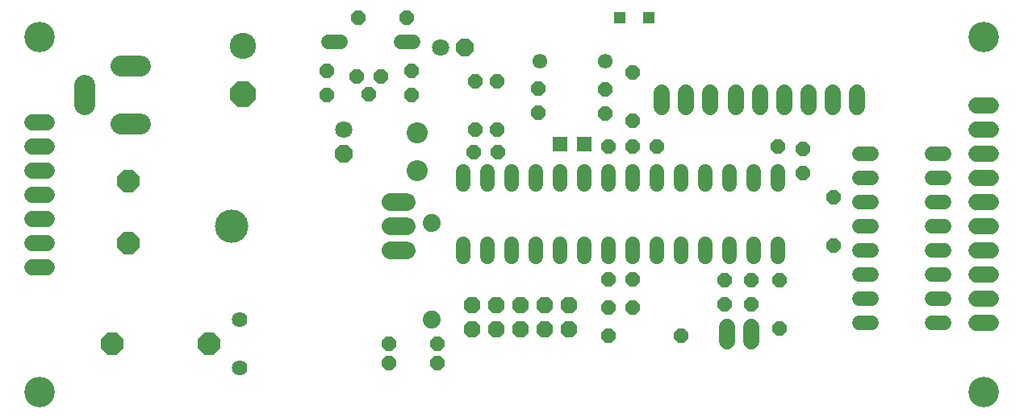
<source format=gbs>
G75*
G70*
%OFA0B0*%
%FSLAX24Y24*%
%IPPOS*%
%LPD*%
%AMOC8*
5,1,8,0,0,1.08239X$1,22.5*
%
%ADD10C,0.0600*%
%ADD11OC8,0.0600*%
%ADD12C,0.0740*%
%ADD13OC8,0.0930*%
%ADD14OC8,0.0710*%
%ADD15C,0.0710*%
%ADD16C,0.0680*%
%ADD17R,0.0595X0.0595*%
%ADD18C,0.0867*%
%ADD19C,0.1261*%
%ADD20C,0.1080*%
%ADD21OC8,0.1080*%
%ADD22C,0.0867*%
%ADD23C,0.0740*%
%ADD24C,0.1380*%
%ADD25C,0.0640*%
%ADD26OC8,0.0680*%
%ADD27R,0.0476X0.0476*%
%ADD28C,0.0611*%
D10*
X019385Y008010D02*
X019385Y008530D01*
X020385Y008530D02*
X020385Y008010D01*
X021385Y008010D02*
X021385Y008530D01*
X022385Y008530D02*
X022385Y008010D01*
X023385Y008010D02*
X023385Y008530D01*
X024385Y008530D02*
X024385Y008010D01*
X025385Y008010D02*
X025385Y008530D01*
X026385Y008530D02*
X026385Y008010D01*
X027385Y008010D02*
X027385Y008530D01*
X028385Y008530D02*
X028385Y008010D01*
X029385Y008010D02*
X029385Y008530D01*
X030385Y008530D02*
X030385Y008010D01*
X031385Y008010D02*
X031385Y008530D01*
X032385Y008530D02*
X032385Y008010D01*
X035725Y008270D02*
X036245Y008270D01*
X036245Y007270D02*
X035725Y007270D01*
X035725Y006270D02*
X036245Y006270D01*
X036245Y005270D02*
X035725Y005270D01*
X038725Y005270D02*
X039245Y005270D01*
X039245Y006270D02*
X038725Y006270D01*
X038725Y007270D02*
X039245Y007270D01*
X039245Y008270D02*
X038725Y008270D01*
X038725Y009270D02*
X039245Y009270D01*
X039245Y010270D02*
X038725Y010270D01*
X038725Y011270D02*
X039245Y011270D01*
X039245Y012270D02*
X038725Y012270D01*
X036245Y012270D02*
X035725Y012270D01*
X035725Y011270D02*
X036245Y011270D01*
X036245Y010270D02*
X035725Y010270D01*
X035725Y009270D02*
X036245Y009270D01*
X032385Y011010D02*
X032385Y011530D01*
X031385Y011530D02*
X031385Y011010D01*
X030385Y011010D02*
X030385Y011530D01*
X029385Y011530D02*
X029385Y011010D01*
X028385Y011010D02*
X028385Y011530D01*
X027385Y011530D02*
X027385Y011010D01*
X026385Y011010D02*
X026385Y011530D01*
X025385Y011530D02*
X025385Y011010D01*
X024385Y011010D02*
X024385Y011530D01*
X023385Y011530D02*
X023385Y011010D01*
X022385Y011010D02*
X022385Y011530D01*
X021385Y011530D02*
X021385Y011010D01*
X020385Y011010D02*
X020385Y011530D01*
X019385Y011530D02*
X019385Y011010D01*
X017315Y016920D02*
X016795Y016920D01*
X014315Y016920D02*
X013795Y016920D01*
D11*
X013750Y015713D03*
X014961Y015482D03*
X015961Y015482D03*
X017229Y015715D03*
X017229Y014715D03*
X015461Y014732D03*
X013750Y014713D03*
X019862Y015290D03*
X020774Y015290D03*
X022485Y014970D03*
X022485Y013970D03*
X020774Y013290D03*
X019862Y013290D03*
X019814Y012358D03*
X020814Y012358D03*
X025235Y013940D03*
X026385Y013642D03*
X026385Y012570D03*
X027377Y012562D03*
X025385Y012570D03*
X025235Y014940D03*
X026385Y015642D03*
X032377Y012562D03*
X033395Y012465D03*
X033395Y011465D03*
X034675Y010470D03*
X034675Y008470D03*
X032435Y007060D03*
X031285Y007050D03*
X030165Y007050D03*
X030165Y006050D03*
X031285Y006050D03*
X032435Y005060D03*
X028385Y004750D03*
X026385Y005920D03*
X025385Y005920D03*
X025385Y007070D03*
X026385Y007070D03*
X025385Y004750D03*
X018302Y004409D03*
X016302Y004409D03*
X016302Y003597D03*
X018302Y003597D03*
X017035Y017920D03*
X015035Y017920D03*
D12*
X018078Y009423D03*
X018078Y005423D03*
D13*
X008865Y004400D03*
X004865Y004400D03*
X005535Y008590D03*
X005535Y011150D03*
D14*
X014435Y012283D03*
X019442Y016677D03*
D15*
X018442Y016677D03*
X014435Y013283D03*
D16*
X002185Y013570D02*
X001585Y013570D01*
X001585Y012570D02*
X002185Y012570D01*
X002185Y011570D02*
X001585Y011570D01*
X001585Y010570D02*
X002185Y010570D01*
X002185Y009570D02*
X001585Y009570D01*
X001585Y008570D02*
X002185Y008570D01*
X002185Y007570D02*
X001585Y007570D01*
X027585Y014220D02*
X027585Y014820D01*
X028585Y014820D02*
X028585Y014220D01*
X029585Y014220D02*
X029585Y014820D01*
X030635Y014820D02*
X030635Y014220D01*
X031635Y014220D02*
X031635Y014820D01*
X032635Y014820D02*
X032635Y014220D01*
X033635Y014220D02*
X033635Y014820D01*
X034635Y014820D02*
X034635Y014220D01*
X035635Y014220D02*
X035635Y014820D01*
X040585Y014270D02*
X041185Y014270D01*
X041185Y013270D02*
X040585Y013270D01*
X040585Y012270D02*
X041185Y012270D01*
X041185Y011270D02*
X040585Y011270D01*
X040585Y010270D02*
X041185Y010270D01*
X041185Y009270D02*
X040585Y009270D01*
X040585Y008270D02*
X041185Y008270D01*
X041185Y007270D02*
X040585Y007270D01*
X040585Y006270D02*
X041185Y006270D01*
X041185Y005270D02*
X040585Y005270D01*
X031285Y005120D02*
X031285Y004520D01*
X030285Y004520D02*
X030285Y005120D01*
D17*
X024385Y012670D03*
X023385Y012670D03*
D18*
X006029Y013500D02*
X005241Y013500D01*
X003745Y014327D02*
X003745Y015114D01*
X005241Y015901D02*
X006029Y015901D01*
D19*
X001885Y002420D03*
X001885Y017120D03*
X040885Y017120D03*
X040885Y002420D03*
D20*
X010267Y016737D03*
D21*
X010267Y014737D03*
D22*
X017465Y013158D03*
X017465Y011583D03*
D23*
X017025Y010270D02*
X016365Y010270D01*
X016365Y009270D02*
X017025Y009270D01*
X017025Y008270D02*
X016365Y008270D01*
D24*
X009795Y009270D03*
D25*
X010135Y005420D03*
X010135Y003420D03*
D26*
X019735Y005020D03*
X020735Y005020D03*
X021735Y005020D03*
X022735Y005020D03*
X023735Y005020D03*
X023735Y006020D03*
X022735Y006020D03*
X021735Y006020D03*
X020735Y006020D03*
X019735Y006020D03*
D27*
X025835Y017920D03*
X027035Y017920D03*
D28*
X025235Y016120D03*
X022535Y016120D03*
M02*

</source>
